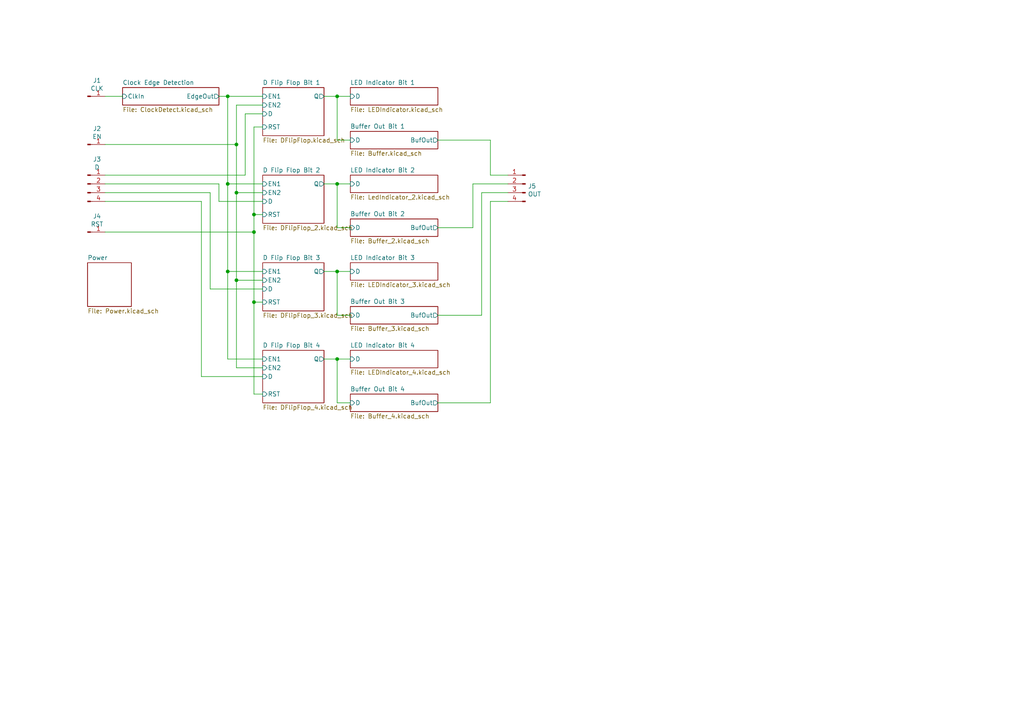
<source format=kicad_sch>
(kicad_sch (version 20230121) (generator eeschema)
  (paper "A4")
  (title_block (title "Transistor 4-Bit Register") (date "2020-01-19") (rev "1"))
  (lib_symbols
    (symbol "Connector:Conn_01x01_Pin" (pin_names (offset 1.016) hide)
      (property "Reference" "J" (at 0 2.54 0))
      (property "Value" "Conn_01x01_Pin" (at 0 -2.54 0))
      (symbol "Conn_01x01_Pin_1_1"
        (polyline (pts (xy 1.27 0) (xy 0.8636 0)) (stroke (width 0.1524)))
        (rectangle (start 0.8636 0.127) (end 0 -0.127) (stroke (width 0.1524)) (fill (type outline)))
        (pin passive line (at 5.08 0 180) (length 3.81) (name "Pin_1") (number "1"))
      )
    )
    (symbol "Connector:Conn_01x04_Pin" (pin_names (offset 1.016) hide)
      (property "Reference" "J" (at 0 5.08 0))
      (property "Value" "Conn_01x04_Pin" (at 0 -7.62 0))
      (symbol "Conn_01x04_Pin_1_1"
        (polyline (pts (xy 1.27 -5.08) (xy 0.8636 -5.08)) (stroke (width 0.1524)))
        (polyline (pts (xy 1.27 -2.54) (xy 0.8636 -2.54)) (stroke (width 0.1524)))
        (polyline (pts (xy 1.27 0) (xy 0.8636 0)) (stroke (width 0.1524)))
        (polyline (pts (xy 1.27 2.54) (xy 0.8636 2.54)) (stroke (width 0.1524)))
        (rectangle (start 0.8636 -4.953) (end 0 -5.207) (stroke (width 0.1524)) (fill (type outline)))
        (rectangle (start 0.8636 -2.413) (end 0 -2.667) (stroke (width 0.1524)) (fill (type outline)))
        (rectangle (start 0.8636 0.127) (end 0 -0.127) (stroke (width 0.1524)) (fill (type outline)))
        (rectangle (start 0.8636 2.667) (end 0 2.413) (stroke (width 0.1524)) (fill (type outline)))
        (pin passive line (at 5.08 2.54 180) (length 3.81) (name "Pin_1") (number "1"))
        (pin passive line (at 5.08 0 180) (length 3.81) (name "Pin_2") (number "2"))
        (pin passive line (at 5.08 -2.54 180) (length 3.81) (name "Pin_3") (number "3"))
        (pin passive line (at 5.08 -5.08 180) (length 3.81) (name "Pin_4") (number "4"))
      )
    )
  )
  (junction (at 97.79 27.94))
  (junction (at 68.58 41.91))
  (junction (at 68.58 81.28))
  (junction (at 97.79 104.14))
  (junction (at 66.04 53.34))
  (junction (at 73.66 67.31))
  (junction (at 73.66 62.23))
  (junction (at 66.04 27.94))
  (junction (at 66.04 78.74))
  (junction (at 73.66 87.63))
  (junction (at 68.58 55.88))
  (junction (at 97.79 53.34))
  (junction (at 97.79 78.74))
  (wire (pts (xy 66.04 53.34) (xy 76.2 53.34)))
  (wire (pts (xy 66.04 78.74) (xy 66.04 104.14)))
  (wire (pts (xy 58.42 58.42) (xy 58.42 109.22)))
  (wire (pts (xy 60.96 55.88) (xy 60.96 83.82)))
  (wire (pts (xy 66.04 53.34) (xy 66.04 78.74)))
  (wire (pts (xy 147.32 58.42) (xy 142.24 58.42)))
  (wire (pts (xy 68.58 81.28) (xy 76.2 81.28)))
  (wire (pts (xy 97.79 91.44) (xy 101.6 91.44)))
  (wire (pts (xy 66.04 78.74) (xy 76.2 78.74)))
  (wire (pts (xy 137.16 53.34) (xy 147.32 53.34)))
  (wire (pts (xy 93.98 104.14) (xy 97.79 104.14)))
  (wire (pts (xy 97.79 104.14) (xy 97.79 116.84)))
  (wire (pts (xy 93.98 78.74) (xy 97.79 78.74)))
  (wire (pts (xy 142.24 58.42) (xy 142.24 116.84)))
  (wire (pts (xy 97.79 116.84) (xy 101.6 116.84)))
  (wire (pts (xy 97.79 78.74) (xy 101.6 78.74)))
  (wire (pts (xy 30.48 58.42) (xy 58.42 58.42)))
  (wire (pts (xy 73.66 114.3) (xy 76.2 114.3)))
  (wire (pts (xy 30.48 53.34) (xy 63.5 53.34)))
  (wire (pts (xy 97.79 78.74) (xy 97.79 91.44)))
  (wire (pts (xy 30.48 41.91) (xy 68.58 41.91)))
  (wire (pts (xy 68.58 41.91) (xy 68.58 55.88)))
  (wire (pts (xy 58.42 109.22) (xy 76.2 109.22)))
  (wire (pts (xy 68.58 106.68) (xy 76.2 106.68)))
  (wire (pts (xy 73.66 62.23) (xy 73.66 36.83)))
  (wire (pts (xy 97.79 40.64) (xy 101.6 40.64)))
  (wire (pts (xy 97.79 27.94) (xy 97.79 40.64)))
  (wire (pts (xy 63.5 58.42) (xy 76.2 58.42)))
  (wire (pts (xy 97.79 66.04) (xy 101.6 66.04)))
  (wire (pts (xy 97.79 53.34) (xy 101.6 53.34)))
  (wire (pts (xy 66.04 27.94) (xy 76.2 27.94)))
  (wire (pts (xy 63.5 53.34) (xy 63.5 58.42)))
  (wire (pts (xy 71.12 33.02) (xy 71.12 50.8)))
  (wire (pts (xy 93.98 27.94) (xy 97.79 27.94)))
  (wire (pts (xy 142.24 40.64) (xy 142.24 50.8)))
  (wire (pts (xy 63.5 27.94) (xy 66.04 27.94)))
  (wire (pts (xy 66.04 104.14) (xy 76.2 104.14)))
  (wire (pts (xy 68.58 41.91) (xy 68.58 30.48)))
  (wire (pts (xy 76.2 33.02) (xy 71.12 33.02)))
  (wire (pts (xy 73.66 67.31) (xy 73.66 62.23)))
  (wire (pts (xy 30.48 50.8) (xy 71.12 50.8)))
  (wire (pts (xy 68.58 55.88) (xy 68.58 81.28)))
  (wire (pts (xy 127 66.04) (xy 137.16 66.04)))
  (wire (pts (xy 139.7 91.44) (xy 127 91.44)))
  (wire (pts (xy 66.04 27.94) (xy 66.04 53.34)))
  (wire (pts (xy 147.32 55.88) (xy 139.7 55.88)))
  (wire (pts (xy 30.48 67.31) (xy 73.66 67.31)))
  (wire (pts (xy 139.7 55.88) (xy 139.7 91.44)))
  (wire (pts (xy 73.66 67.31) (xy 73.66 87.63)))
  (wire (pts (xy 73.66 87.63) (xy 73.66 114.3)))
  (wire (pts (xy 73.66 87.63) (xy 76.2 87.63)))
  (wire (pts (xy 60.96 83.82) (xy 76.2 83.82)))
  (wire (pts (xy 93.98 53.34) (xy 97.79 53.34)))
  (wire (pts (xy 142.24 50.8) (xy 147.32 50.8)))
  (wire (pts (xy 73.66 62.23) (xy 76.2 62.23)))
  (wire (pts (xy 30.48 27.94) (xy 35.56 27.94)))
  (wire (pts (xy 68.58 30.48) (xy 76.2 30.48)))
  (wire (pts (xy 137.16 66.04) (xy 137.16 53.34)))
  (wire (pts (xy 68.58 81.28) (xy 68.58 106.68)))
  (wire (pts (xy 30.48 55.88) (xy 60.96 55.88)))
  (wire (pts (xy 97.79 27.94) (xy 101.6 27.94)))
  (wire (pts (xy 97.79 53.34) (xy 97.79 66.04)))
  (wire (pts (xy 127 40.64) (xy 142.24 40.64)))
  (wire (pts (xy 142.24 116.84) (xy 127 116.84)))
  (wire (pts (xy 68.58 55.88) (xy 76.2 55.88)))
  (wire (pts (xy 97.79 104.14) (xy 101.6 104.14)))
  (wire (pts (xy 73.66 36.83) (xy 76.2 36.83)))
  (symbol (lib_id "Connector:Conn_01x01_Pin") (at 25.4 41.91 0) (unit 1)
    (property "Reference" "J2" (at 28.1432 37.3126 0))
    (property "Value" "EN" (at 28.1432 39.624 0))
    (property "Footprint" "Connector_PinHeader_2.54mm:PinHeader_1x01_P2.54mm_Vertical" (effects hide))
  )
  (symbol (lib_id "Connector:Conn_01x04_Pin") (at 25.4 53.34 0) (unit 1)
    (property "Reference" "J3" (at 28.1432 46.2026 0))
    (property "Value" "D" (at 28.1432 48.514 0))
    (property "Footprint" "Connector_PinHeader_2.54mm:PinHeader_1x04_P2.54mm_Vertical" (effects hide))
  )
  (symbol (lib_id "Connector:Conn_01x04_Pin") (at 152.4 53.34 0) (mirror y) (unit 1)
    (property "Reference" "J5" (at 153.1112 54.0004 0) (effects (justify right)))
    (property "Value" "OUT" (at 153.1112 56.3118 0) (effects (justify right)))
    (property "Footprint" "Connector_PinHeader_2.54mm:PinHeader_1x04_P2.54mm_Vertical" (effects hide))
  )
  (symbol (lib_id "Connector:Conn_01x01_Pin") (at 25.4 67.31 0) (unit 1)
    (property "Reference" "J4" (at 28.1432 62.7126 0))
    (property "Value" "RST" (at 28.1432 65.024 0))
    (property "Footprint" "Connector_PinHeader_2.54mm:PinHeader_1x01_P2.54mm_Vertical" (effects hide))
  )
  (symbol (lib_id "Connector:Conn_01x01_Pin") (at 25.4 27.94 0) (unit 1)
    (property "Reference" "J1" (at 28.1432 23.3426 0))
    (property "Value" "CLK" (at 28.1432 25.654 0))
    (property "Footprint" "Connector_PinHeader_2.54mm:PinHeader_1x01_P2.54mm_Vertical" (effects hide))
  )
  (sheet (at 25.4 76.2) (size 12.7 12.7)
    (property "Sheetname" "Power" (at 25.4 75.4884 0) (effects (justify left bottom)))
    (property "Sheetfile" "Power.kicad_sch" (at 25.4 89.4846 0) (effects (justify left top)))
  )
  (sheet (at 35.56 25.4) (size 27.94 5.08)
    (property "Sheetname" "Clock Edge Detection" (at 35.56 24.6884 0) (effects (justify left bottom)))
    (property "Sheetfile" "ClockDetect.kicad_sch" (at 35.56 31.0646 0) (effects (justify left top)))
    (pin "ClkIn" input (at 35.56 27.94 180))
    (pin "EdgeOut" output (at 63.5 27.94 0))
  )
  (sheet (at 101.6 38.1) (size 25.4 5.08)
    (property "Sheetname" "Buffer Out Bit 1" (at 101.6 37.3884 0) (effects (justify left bottom)))
    (property "Sheetfile" "Buffer.kicad_sch" (at 101.6 43.7646 0) (effects (justify left top)))
    (pin "BufOut" output (at 127 40.64 0))
    (pin "D" input (at 101.6 40.64 180))
  )
  (sheet (at 101.6 25.4) (size 25.4 5.08)
    (property "Sheetname" "LED Indicator Bit 1" (at 101.6 24.6884 0) (effects (justify left bottom)))
    (property "Sheetfile" "LEDIndicator.kicad_sch" (at 101.6 31.0646 0) (effects (justify left top)))
    (pin "D" input (at 101.6 27.94 180))
  )
  (sheet (at 76.2 25.4) (size 17.78 13.97)
    (property "Sheetname" "D Flip Flop Bit 1" (at 76.2 24.6884 0) (effects (justify left bottom)))
    (property "Sheetfile" "DFlipFlop.kicad_sch" (at 76.2 39.9546 0) (effects (justify left top)))
    (pin "EN2" input (at 76.2 30.48 180))
    (pin "D" input (at 76.2 33.02 180))
    (pin "EN1" input (at 76.2 27.94 180))
    (pin "Q" output (at 93.98 27.94 0))
    (pin "RST" input (at 76.2 36.83 180))
  )
  (sheet (at 101.6 63.5) (size 25.4 5.08)
    (property "Sheetname" "Buffer Out Bit 2" (at 101.6 62.7884 0) (effects (justify left bottom)))
    (property "Sheetfile" "Buffer_2.kicad_sch" (at 101.6 69.1646 0) (effects (justify left top)))
    (pin "BufOut" output (at 127 66.04 0))
    (pin "D" input (at 101.6 66.04 180))
  )
  (sheet (at 101.6 114.3) (size 25.4 5.08)
    (property "Sheetname" "Buffer Out Bit 4" (at 101.6 113.5884 0) (effects (justify left bottom)))
    (property "Sheetfile" "Buffer_4.kicad_sch" (at 101.6 119.9646 0) (effects (justify left top)))
    (pin "BufOut" output (at 127 116.84 0))
    (pin "D" input (at 101.6 116.84 180))
  )
  (sheet (at 101.6 88.9) (size 25.4 5.08)
    (property "Sheetname" "Buffer Out Bit 3" (at 101.6 88.1884 0) (effects (justify left bottom)))
    (property "Sheetfile" "Buffer_3.kicad_sch" (at 101.6 94.5646 0) (effects (justify left top)))
    (pin "BufOut" output (at 127 91.44 0))
    (pin "D" input (at 101.6 91.44 180))
  )
  (sheet (at 101.6 50.8) (size 25.4 5.08)
    (property "Sheetname" "LED Indicator Bit 2" (at 101.6 50.0884 0) (effects (justify left bottom)))
    (property "Sheetfile" "LedIndicator_2.kicad_sch" (at 101.6 56.4646 0) (effects (justify left top)))
    (pin "D" input (at 101.6 53.34 180))
  )
  (sheet (at 101.6 76.2) (size 25.4 5.08)
    (property "Sheetname" "LED Indicator Bit 3" (at 101.6 75.4884 0) (effects (justify left bottom)))
    (property "Sheetfile" "LEDIndicator_3.kicad_sch" (at 101.6 81.8646 0) (effects (justify left top)))
    (pin "D" input (at 101.6 78.74 180))
  )
  (sheet (at 101.6 101.6) (size 25.4 5.08)
    (property "Sheetname" "LED Indicator Bit 4" (at 101.6 100.8884 0) (effects (justify left bottom)))
    (property "Sheetfile" "LEDIndicator_4.kicad_sch" (at 101.6 107.2646 0) (effects (justify left top)))
    (pin "D" input (at 101.6 104.14 180))
  )
  (sheet (at 76.2 50.8) (size 17.78 13.97)
    (property "Sheetname" "D Flip Flop Bit 2" (at 76.2 50.0884 0) (effects (justify left bottom)))
    (property "Sheetfile" "DFlipFlop_2.kicad_sch" (at 76.2 65.3546 0) (effects (justify left top)))
    (pin "EN2" input (at 76.2 55.88 180))
    (pin "D" input (at 76.2 58.42 180))
    (pin "EN1" input (at 76.2 53.34 180))
    (pin "Q" output (at 93.98 53.34 0))
    (pin "RST" input (at 76.2 62.23 180))
  )
  (sheet (at 76.2 76.2) (size 17.78 13.97)
    (property "Sheetname" "D Flip Flop Bit 3" (at 76.2 75.4884 0) (effects (justify left bottom)))
    (property "Sheetfile" "DFlipFlop_3.kicad_sch" (at 76.2 90.7546 0) (effects (justify left top)))
    (pin "EN2" input (at 76.2 81.28 180))
    (pin "D" input (at 76.2 83.82 180))
    (pin "EN1" input (at 76.2 78.74 180))
    (pin "Q" output (at 93.98 78.74 0))
    (pin "RST" input (at 76.2 87.63 180))
  )
  (sheet (at 76.2 101.6) (size 17.78 15.24)
    (property "Sheetname" "D Flip Flop Bit 4" (at 76.2 100.8884 0) (effects (justify left bottom)))
    (property "Sheetfile" "DFlipFlop_4.kicad_sch" (at 76.2 117.4246 0) (effects (justify left top)))
    (pin "EN2" input (at 76.2 106.68 180))
    (pin "D" input (at 76.2 109.22 180))
    (pin "EN1" input (at 76.2 104.14 180))
    (pin "Q" output (at 93.98 104.14 0))
    (pin "RST" input (at 76.2 114.3 180))
  )
)
</source>
